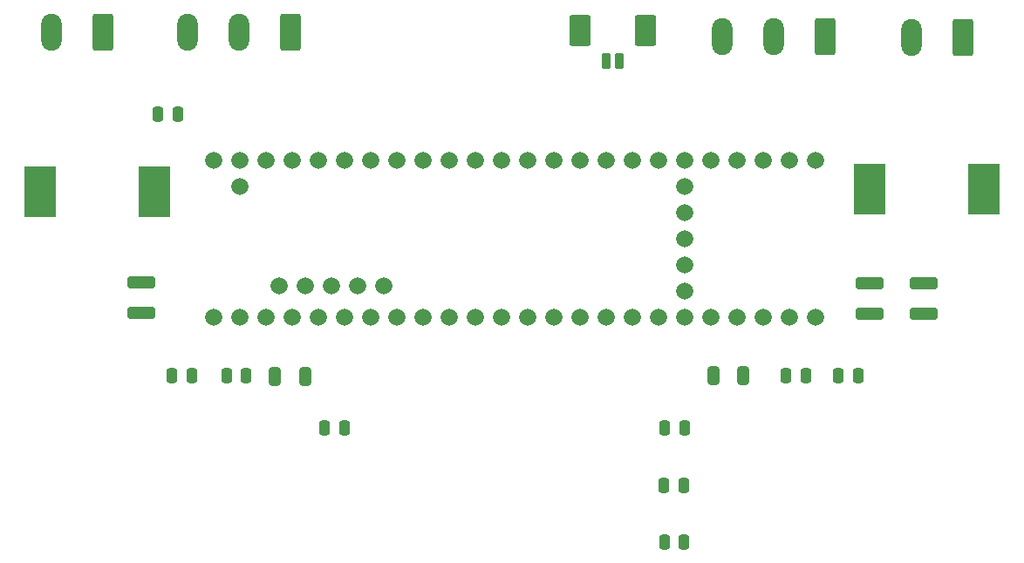
<source format=gbr>
%TF.GenerationSoftware,KiCad,Pcbnew,7.0.9*%
%TF.CreationDate,2023-12-24T18:06:15-08:00*%
%TF.ProjectId,RatatoulliBoard,52617461-746f-4756-9c6c-69426f617264,rev?*%
%TF.SameCoordinates,Original*%
%TF.FileFunction,Soldermask,Bot*%
%TF.FilePolarity,Negative*%
%FSLAX46Y46*%
G04 Gerber Fmt 4.6, Leading zero omitted, Abs format (unit mm)*
G04 Created by KiCad (PCBNEW 7.0.9) date 2023-12-24 18:06:15*
%MOMM*%
%LPD*%
G01*
G04 APERTURE LIST*
G04 Aperture macros list*
%AMRoundRect*
0 Rectangle with rounded corners*
0 $1 Rounding radius*
0 $2 $3 $4 $5 $6 $7 $8 $9 X,Y pos of 4 corners*
0 Add a 4 corners polygon primitive as box body*
4,1,4,$2,$3,$4,$5,$6,$7,$8,$9,$2,$3,0*
0 Add four circle primitives for the rounded corners*
1,1,$1+$1,$2,$3*
1,1,$1+$1,$4,$5*
1,1,$1+$1,$6,$7*
1,1,$1+$1,$8,$9*
0 Add four rect primitives between the rounded corners*
20,1,$1+$1,$2,$3,$4,$5,0*
20,1,$1+$1,$4,$5,$6,$7,0*
20,1,$1+$1,$6,$7,$8,$9,0*
20,1,$1+$1,$8,$9,$2,$3,0*%
G04 Aperture macros list end*
%ADD10C,1.665000*%
%ADD11RoundRect,0.250000X0.750000X1.550000X-0.750000X1.550000X-0.750000X-1.550000X0.750000X-1.550000X0*%
%ADD12O,2.000000X3.600000*%
%ADD13RoundRect,0.250000X-1.100000X0.325000X-1.100000X-0.325000X1.100000X-0.325000X1.100000X0.325000X0*%
%ADD14RoundRect,0.250000X0.250000X0.475000X-0.250000X0.475000X-0.250000X-0.475000X0.250000X-0.475000X0*%
%ADD15RoundRect,0.250000X0.325000X0.650000X-0.325000X0.650000X-0.325000X-0.650000X0.325000X-0.650000X0*%
%ADD16R,3.100000X5.000000*%
%ADD17RoundRect,0.250000X-0.325000X-0.650000X0.325000X-0.650000X0.325000X0.650000X-0.325000X0.650000X0*%
%ADD18RoundRect,0.250000X-0.250000X-0.475000X0.250000X-0.475000X0.250000X0.475000X-0.250000X0.475000X0*%
%ADD19RoundRect,0.200000X-0.200000X-0.600000X0.200000X-0.600000X0.200000X0.600000X-0.200000X0.600000X0*%
%ADD20RoundRect,0.250001X-0.799999X-1.249999X0.799999X-1.249999X0.799999X1.249999X-0.799999X1.249999X0*%
G04 APERTURE END LIST*
D10*
%TO.C,IC1*%
X62903794Y-67993111D03*
X65443794Y-67993111D03*
X67983794Y-67993111D03*
X70523794Y-67993111D03*
X73063794Y-67993111D03*
X75603794Y-67993111D03*
X78143794Y-67993111D03*
X80683794Y-67993111D03*
X83223794Y-67993111D03*
X85763794Y-67993111D03*
X88303794Y-67993111D03*
X90843794Y-67993111D03*
X90843794Y-52753111D03*
X88303794Y-52753111D03*
X85763794Y-52753111D03*
X83223794Y-52753111D03*
X80683794Y-52753111D03*
X78143794Y-52753111D03*
X75603794Y-52753111D03*
X73063794Y-52753111D03*
X70523794Y-52753111D03*
X67983794Y-52753111D03*
X65443794Y-52753111D03*
X95923794Y-67993111D03*
X98463794Y-67993111D03*
X101003794Y-67993111D03*
X103543794Y-67993111D03*
X106083794Y-67993111D03*
X108623794Y-67993111D03*
X111163794Y-67993111D03*
X113703794Y-67993111D03*
X116243794Y-67993111D03*
X116243794Y-52753111D03*
X113703794Y-52753111D03*
X111163794Y-52753111D03*
X108623794Y-52753111D03*
X106083794Y-52753111D03*
X103543794Y-52753111D03*
X101003794Y-52753111D03*
X98463794Y-52753111D03*
X95923794Y-52753111D03*
X93383794Y-67993111D03*
X103543794Y-65453111D03*
X103543794Y-62913111D03*
X103543794Y-60373111D03*
X103543794Y-57833111D03*
X103543794Y-55293111D03*
X74333794Y-64943111D03*
X71793794Y-64943111D03*
X69253794Y-64943111D03*
X66713794Y-64943111D03*
X64173794Y-64943111D03*
X62903794Y-52753111D03*
X57823794Y-52753111D03*
X60363794Y-67993111D03*
X60363794Y-55293111D03*
X93383794Y-52753111D03*
X60363794Y-52753111D03*
X57823794Y-67993111D03*
%TD*%
D11*
%TO.C,J8*%
X65263975Y-40287754D03*
D12*
X60263975Y-40287754D03*
X55263975Y-40287754D03*
%TD*%
D11*
%TO.C,J2*%
X130500000Y-40777500D03*
D12*
X125500000Y-40777500D03*
%TD*%
%TO.C,J7*%
X107177614Y-40728079D03*
X112177614Y-40728079D03*
D11*
X117177614Y-40728079D03*
%TD*%
%TO.C,J1*%
X47000000Y-40277500D03*
D12*
X42000000Y-40277500D03*
%TD*%
D13*
%TO.C,C11*%
X121456044Y-67593552D03*
X121456044Y-64643552D03*
%TD*%
D14*
%TO.C,C14*%
X103423964Y-89819596D03*
X101523964Y-89819596D03*
%TD*%
D15*
%TO.C,F1*%
X66702346Y-73718046D03*
X63752346Y-73718046D03*
%TD*%
D14*
%TO.C,C18*%
X70480000Y-78740000D03*
X68580000Y-78740000D03*
%TD*%
D16*
%TO.C,L1*%
X40960608Y-55793094D03*
X52060608Y-55793094D03*
%TD*%
D14*
%TO.C,R2*%
X60960000Y-73660000D03*
X59060000Y-73660000D03*
%TD*%
%TO.C,C17*%
X103414143Y-84338461D03*
X101514143Y-84338461D03*
%TD*%
D17*
%TO.C,F2*%
X106270000Y-73660000D03*
X109220000Y-73660000D03*
%TD*%
D18*
%TO.C,R6*%
X118430000Y-73660000D03*
X120330000Y-73660000D03*
%TD*%
D14*
%TO.C,C15*%
X103500000Y-78740000D03*
X101600000Y-78740000D03*
%TD*%
D18*
%TO.C,R5*%
X113350000Y-73660000D03*
X115250000Y-73660000D03*
%TD*%
%TO.C,C5*%
X52390000Y-48260000D03*
X54290000Y-48260000D03*
%TD*%
D13*
%TO.C,C12*%
X126702466Y-64643552D03*
X126702466Y-67593552D03*
%TD*%
D19*
%TO.C,J9*%
X95895000Y-43040000D03*
X97145000Y-43040000D03*
D20*
X93345000Y-40140000D03*
X99695000Y-40140000D03*
%TD*%
D14*
%TO.C,R3*%
X55650000Y-73660000D03*
X53750000Y-73660000D03*
%TD*%
D13*
%TO.C,C7*%
X50800000Y-64565000D03*
X50800000Y-67515000D03*
%TD*%
D16*
%TO.C,L2*%
X132550000Y-55500000D03*
X121450000Y-55500000D03*
%TD*%
M02*

</source>
